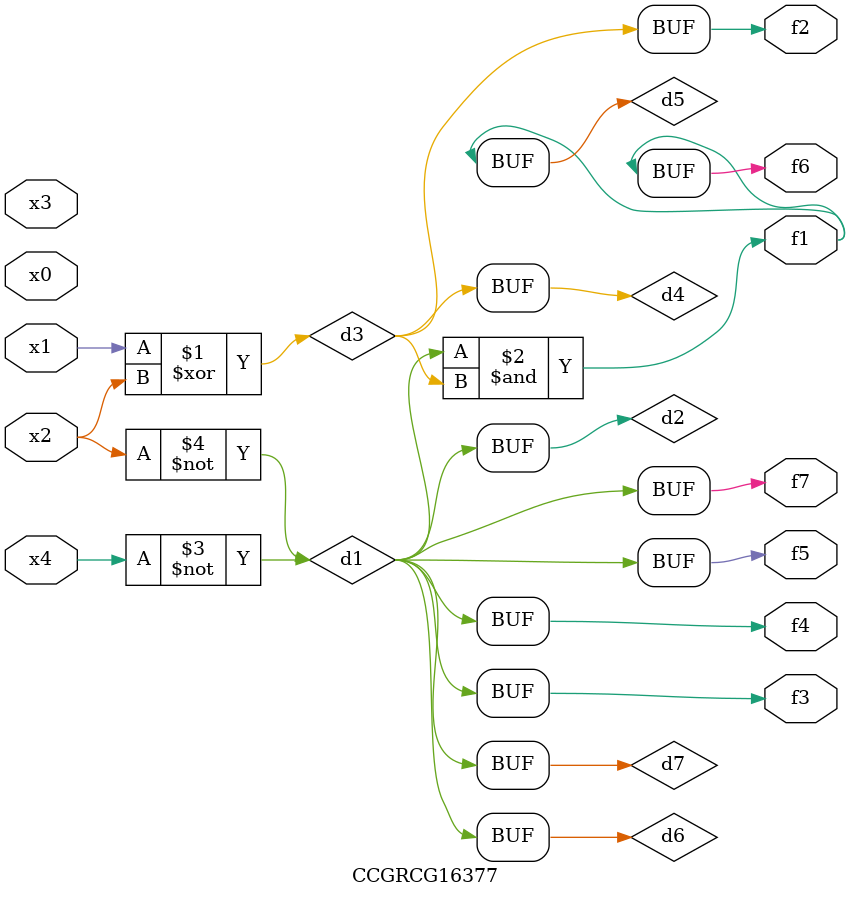
<source format=v>
module CCGRCG16377(
	input x0, x1, x2, x3, x4,
	output f1, f2, f3, f4, f5, f6, f7
);

	wire d1, d2, d3, d4, d5, d6, d7;

	not (d1, x4);
	not (d2, x2);
	xor (d3, x1, x2);
	buf (d4, d3);
	and (d5, d1, d3);
	buf (d6, d1, d2);
	buf (d7, d2);
	assign f1 = d5;
	assign f2 = d4;
	assign f3 = d7;
	assign f4 = d7;
	assign f5 = d7;
	assign f6 = d5;
	assign f7 = d7;
endmodule

</source>
